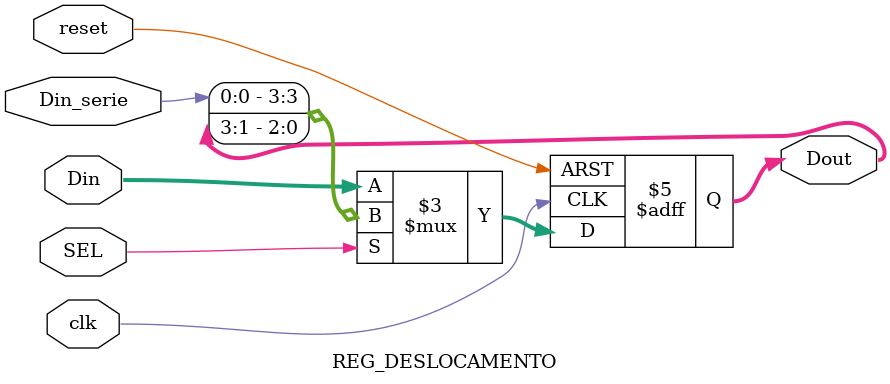
<source format=sv>

parameter NBITS_ENTRADA = 4;
parameter NBITS_SAIDA = 4;

module REG_DESLOCAMENTO(
input logic clk, reset, SEL, Din_serie,
input logic [NBITS_ENTRADA-1:0] Din,
output logic [NBITS_SAIDA-1:0] Dout);

always_ff @ (posedge reset or posedge clk) begin
    if (reset)
      Dout <= 0;
    else 
      if(SEL)
        Dout <= {Din_serie, Dout[NBITS_ENTRADA-1:1]};
    else
        Dout <= Din;
        

end

endmodule

</source>
